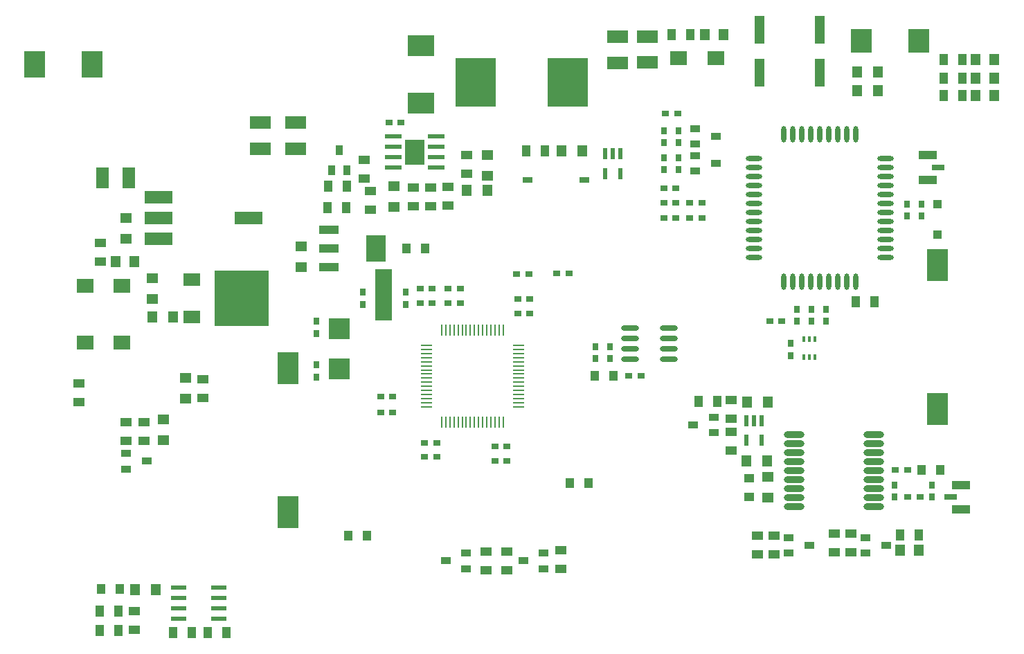
<source format=gtp>
G04*
G04 #@! TF.GenerationSoftware,Altium Limited,Altium Designer,18.1.6 (161)*
G04*
G04 Layer_Color=8421504*
%FSTAX24Y24*%
%MOIN*%
G70*
G01*
G75*
%ADD27O,0.0787X0.0236*%
%ADD28O,0.0236X0.0787*%
%ADD29R,0.0394X0.0550*%
%ADD30R,0.0500X0.0550*%
%ADD31R,0.1024X0.0630*%
%ADD32R,0.0354X0.0315*%
%ADD33R,0.0315X0.0354*%
%ADD34R,0.0472X0.0335*%
%ADD35R,0.0394X0.0500*%
%ADD36O,0.0866X0.0236*%
%ADD37R,0.0472X0.0551*%
%ADD38R,0.0550X0.0394*%
%ADD39R,0.0220X0.0580*%
%ADD40R,0.0551X0.0472*%
%ADD41R,0.0500X0.0394*%
%ADD42R,0.0591X0.0315*%
%ADD43R,0.0866X0.0394*%
%ADD44O,0.0984X0.0315*%
%ADD45R,0.0157X0.0315*%
%ADD46R,0.0984X0.1575*%
%ADD47R,0.0394X0.0394*%
%ADD48R,0.0984X0.1181*%
%ADD49R,0.0472X0.1378*%
%ADD50R,0.0787X0.0669*%
%ADD51R,0.0472X0.0315*%
%ADD52R,0.1969X0.2362*%
%ADD53R,0.1299X0.0984*%
%ADD54R,0.0945X0.1220*%
%ADD55R,0.0820X0.0230*%
%ADD56R,0.0335X0.0472*%
%ADD57R,0.0800X0.2500*%
%ADD58R,0.0984X0.1299*%
%ADD59R,0.2598X0.2657*%
%ADD60R,0.0787X0.0630*%
%ADD61R,0.1378X0.0591*%
%ADD62R,0.0780X0.0220*%
%ADD63R,0.0110X0.0580*%
%ADD64R,0.0580X0.0110*%
%ADD65R,0.1024X0.0984*%
%ADD66R,0.0945X0.1299*%
%ADD67R,0.0945X0.0394*%
%ADD68R,0.0630X0.1024*%
D27*
X047331Y042632D02*
D03*
Y042199D02*
D03*
Y041766D02*
D03*
Y041333D02*
D03*
Y0409D02*
D03*
Y040467D02*
D03*
Y040033D02*
D03*
Y0396D02*
D03*
Y039167D02*
D03*
Y038734D02*
D03*
Y038301D02*
D03*
Y037868D02*
D03*
X053669D02*
D03*
Y038301D02*
D03*
Y038734D02*
D03*
Y039167D02*
D03*
Y0396D02*
D03*
Y040033D02*
D03*
Y040467D02*
D03*
Y0409D02*
D03*
Y041333D02*
D03*
Y041766D02*
D03*
Y042199D02*
D03*
Y042632D02*
D03*
D28*
X048768Y036707D02*
D03*
X049201D02*
D03*
X049634D02*
D03*
X050067D02*
D03*
X0505D02*
D03*
X050933D02*
D03*
X051366D02*
D03*
X051799D02*
D03*
X052232D02*
D03*
Y043793D02*
D03*
X051799D02*
D03*
X051366D02*
D03*
X050933D02*
D03*
X0505D02*
D03*
X050067D02*
D03*
X049634D02*
D03*
X049201D02*
D03*
X048768D02*
D03*
D29*
X04425Y0486D02*
D03*
X04335D02*
D03*
X04555Y030924D02*
D03*
X04465D02*
D03*
X05435Y0245D02*
D03*
X05525D02*
D03*
X05645Y04565D02*
D03*
X05735D02*
D03*
X05645Y0465D02*
D03*
X05735D02*
D03*
X05645Y0474D02*
D03*
X05735D02*
D03*
X03635Y043D02*
D03*
X03725D02*
D03*
X02104Y01979D02*
D03*
X02194D02*
D03*
X02027Y019795D02*
D03*
X01937D02*
D03*
X01674Y02083D02*
D03*
X01584D02*
D03*
X01674Y01991D02*
D03*
X01584D02*
D03*
X05313Y03572D02*
D03*
X05223D02*
D03*
X0268Y04025D02*
D03*
X0277D02*
D03*
X02683Y04129D02*
D03*
X02773D02*
D03*
D30*
X04495Y0486D02*
D03*
X04585D02*
D03*
X054356Y02375D02*
D03*
X055256D02*
D03*
X0589Y04565D02*
D03*
X058D02*
D03*
Y0465D02*
D03*
X0589D02*
D03*
Y0474D02*
D03*
X058D02*
D03*
X016596Y037649D02*
D03*
X017496D02*
D03*
D31*
X0422Y04725D02*
D03*
Y04851D02*
D03*
X04075Y04724D02*
D03*
Y0485D02*
D03*
X02525Y04436D02*
D03*
Y0431D02*
D03*
X02355Y04436D02*
D03*
Y0431D02*
D03*
D32*
X043074Y0448D02*
D03*
X043665D02*
D03*
X041305Y032151D02*
D03*
X041895D02*
D03*
X054124Y027633D02*
D03*
X054715D02*
D03*
X054724Y026337D02*
D03*
X055315D02*
D03*
X048089Y0348D02*
D03*
X048679D02*
D03*
X030345Y044353D02*
D03*
X029755D02*
D03*
X044234Y039755D02*
D03*
X044825D02*
D03*
X044234Y0405D02*
D03*
X044825D02*
D03*
X043576D02*
D03*
X042985D02*
D03*
X043576Y039755D02*
D03*
X042985D02*
D03*
X043576Y0412D02*
D03*
X042985D02*
D03*
X037824Y0371D02*
D03*
X038415D02*
D03*
X032605Y03565D02*
D03*
X033195D02*
D03*
X032605Y03635D02*
D03*
X033195D02*
D03*
X031255Y036353D02*
D03*
X031845D02*
D03*
X031255Y03565D02*
D03*
X031845D02*
D03*
X035955Y035152D02*
D03*
X036545D02*
D03*
X035955Y035852D02*
D03*
X036545D02*
D03*
X029945Y03115D02*
D03*
X029355D02*
D03*
X029945Y0304D02*
D03*
X029355D02*
D03*
X035445Y028778D02*
D03*
X034855D02*
D03*
X035445Y02805D02*
D03*
X034855D02*
D03*
X032065Y028918D02*
D03*
X031475D02*
D03*
X032065Y02828D02*
D03*
X031475D02*
D03*
X035895Y037078D02*
D03*
X036486D02*
D03*
D33*
X043714Y042676D02*
D03*
Y042085D02*
D03*
X043Y042676D02*
D03*
Y042085D02*
D03*
X0404Y033581D02*
D03*
Y03299D02*
D03*
X0397Y033581D02*
D03*
Y03299D02*
D03*
X0559Y026318D02*
D03*
Y026908D02*
D03*
X0541Y026318D02*
D03*
Y026908D02*
D03*
X0491Y033715D02*
D03*
Y033125D02*
D03*
X0554Y040445D02*
D03*
Y039855D02*
D03*
X0547Y040445D02*
D03*
Y039855D02*
D03*
X02625Y034205D02*
D03*
Y034795D02*
D03*
Y032695D02*
D03*
Y032105D02*
D03*
X0494Y035376D02*
D03*
Y034785D02*
D03*
X0508Y035376D02*
D03*
Y034785D02*
D03*
X0501Y035376D02*
D03*
Y034785D02*
D03*
X043714Y043976D02*
D03*
Y043385D02*
D03*
X043Y043976D02*
D03*
Y043385D02*
D03*
X0285Y036195D02*
D03*
Y035605D02*
D03*
X03055Y036195D02*
D03*
Y035605D02*
D03*
D34*
X045492Y0437D02*
D03*
X04451Y04333D02*
D03*
X044508Y044074D02*
D03*
X045492Y0424D02*
D03*
X04451Y04203D02*
D03*
X044508Y042774D02*
D03*
X044408Y0298D02*
D03*
X04539Y03017D02*
D03*
X045392Y029426D02*
D03*
X053692Y024D02*
D03*
X05271Y02363D02*
D03*
X052708Y024374D02*
D03*
X049992Y024D02*
D03*
X04901Y02363D02*
D03*
X049008Y024374D02*
D03*
X018092Y028048D02*
D03*
X01711Y02842D02*
D03*
X017108Y027662D02*
D03*
X033474Y023636D02*
D03*
X033472Y022878D02*
D03*
X03249Y02325D02*
D03*
X037204Y023636D02*
D03*
X037202Y022878D02*
D03*
X03622Y02325D02*
D03*
D35*
X039657Y032151D02*
D03*
X040563D02*
D03*
X056306Y027633D02*
D03*
X0554D02*
D03*
X030607Y038296D02*
D03*
X031513D02*
D03*
X038457Y026996D02*
D03*
X039363D02*
D03*
X028713Y024474D02*
D03*
X027807D02*
D03*
X015884Y02189D02*
D03*
X01679D02*
D03*
D36*
X041355Y034455D02*
D03*
Y033955D02*
D03*
Y033455D02*
D03*
Y032955D02*
D03*
X043245Y034455D02*
D03*
Y033955D02*
D03*
Y033455D02*
D03*
Y032955D02*
D03*
D37*
X047Y03089D02*
D03*
X048D02*
D03*
X04797Y02806D02*
D03*
X04697D02*
D03*
X0523Y04589D02*
D03*
X0533D02*
D03*
X0523Y04679D02*
D03*
X0533D02*
D03*
X03805Y04299D02*
D03*
X03905D02*
D03*
X01835Y034992D02*
D03*
X01935D02*
D03*
X01853Y02188D02*
D03*
X01753D02*
D03*
X0345Y04111D02*
D03*
X0335D02*
D03*
D38*
X046232Y030104D02*
D03*
Y031004D02*
D03*
Y02855D02*
D03*
Y02945D02*
D03*
X052Y02455D02*
D03*
Y02365D02*
D03*
X0512Y02365D02*
D03*
Y02455D02*
D03*
X0483Y02445D02*
D03*
Y02355D02*
D03*
X0475Y02355D02*
D03*
Y02445D02*
D03*
X02855Y04255D02*
D03*
Y04165D02*
D03*
X02885Y04105D02*
D03*
Y04015D02*
D03*
X01484Y03179D02*
D03*
Y03089D02*
D03*
X017496Y02082D02*
D03*
Y01992D02*
D03*
X01795Y029936D02*
D03*
Y029036D02*
D03*
X01711Y029936D02*
D03*
Y029036D02*
D03*
X0208Y0311D02*
D03*
Y032D02*
D03*
X03349Y0428D02*
D03*
Y0419D02*
D03*
X0326Y04035D02*
D03*
Y04125D02*
D03*
X03175Y04034D02*
D03*
Y04124D02*
D03*
X03092Y04124D02*
D03*
Y04034D02*
D03*
X03442Y0228D02*
D03*
Y0237D02*
D03*
X03542Y0228D02*
D03*
Y0237D02*
D03*
X03802Y02285D02*
D03*
Y02375D02*
D03*
X01585Y03855D02*
D03*
Y03765D02*
D03*
D39*
X0477Y02906D02*
D03*
X046952D02*
D03*
Y03D02*
D03*
X047326D02*
D03*
X0477D02*
D03*
X0409Y04191D02*
D03*
X040152D02*
D03*
Y04285D02*
D03*
X040526D02*
D03*
X0409D02*
D03*
D40*
X04799Y0273D02*
D03*
Y0263D02*
D03*
X01836Y03585D02*
D03*
Y03685D02*
D03*
X01889Y02905D02*
D03*
Y03005D02*
D03*
X01995Y03205D02*
D03*
Y03105D02*
D03*
X02554Y0384D02*
D03*
Y0374D02*
D03*
X03451Y0418D02*
D03*
Y0428D02*
D03*
X02999Y0413D02*
D03*
Y0403D02*
D03*
X01709Y03875D02*
D03*
Y03975D02*
D03*
D41*
X047096Y027243D02*
D03*
Y026337D02*
D03*
D42*
X056788Y026318D02*
D03*
X056212Y0422D02*
D03*
D43*
X0573Y025727D02*
D03*
Y026908D02*
D03*
X0557Y041609D02*
D03*
Y042791D02*
D03*
D44*
X049281Y029332D02*
D03*
Y028899D02*
D03*
Y028466D02*
D03*
Y027167D02*
D03*
Y0276D02*
D03*
Y028033D02*
D03*
Y026734D02*
D03*
Y026301D02*
D03*
Y025868D02*
D03*
X0531D02*
D03*
Y026301D02*
D03*
Y026734D02*
D03*
Y028033D02*
D03*
Y0276D02*
D03*
Y027167D02*
D03*
Y028466D02*
D03*
Y028899D02*
D03*
Y029332D02*
D03*
D45*
X049744Y03392D02*
D03*
X050256D02*
D03*
X05D02*
D03*
X050256Y033062D02*
D03*
X05D02*
D03*
X049744D02*
D03*
D46*
X05616Y03749D02*
D03*
Y03055D02*
D03*
X0249Y0256D02*
D03*
Y03254D02*
D03*
D47*
X05616Y038972D02*
D03*
Y040445D02*
D03*
D48*
X055256Y0483D02*
D03*
X0525D02*
D03*
D49*
X0505Y046752D02*
D03*
Y048839D02*
D03*
X0476Y046752D02*
D03*
Y048839D02*
D03*
D50*
X043714Y04745D02*
D03*
X045485D02*
D03*
X016886Y0365D02*
D03*
X015115D02*
D03*
X016886Y03375D02*
D03*
X015115D02*
D03*
D51*
X039178Y0416D02*
D03*
X036422D02*
D03*
D52*
X033926Y0463D02*
D03*
X038374D02*
D03*
D53*
X0313Y048053D02*
D03*
Y0453D02*
D03*
D54*
X030997Y042944D02*
D03*
D55*
X032027Y043694D02*
D03*
Y043194D02*
D03*
Y042694D02*
D03*
Y042194D02*
D03*
X029967D02*
D03*
Y042694D02*
D03*
Y043194D02*
D03*
Y043694D02*
D03*
D56*
X02737Y043032D02*
D03*
X02774Y04205D02*
D03*
X026996Y042048D02*
D03*
D57*
X0295Y03605D02*
D03*
D58*
X012697Y04715D02*
D03*
X01545D02*
D03*
D59*
X022659Y0359D02*
D03*
D60*
X020257Y035002D02*
D03*
Y036798D02*
D03*
D61*
X018669Y03875D02*
D03*
Y03975D02*
D03*
Y04075D02*
D03*
X023Y03975D02*
D03*
D62*
X02156Y02045D02*
D03*
Y02095D02*
D03*
Y02145D02*
D03*
Y02195D02*
D03*
X01962D02*
D03*
Y02145D02*
D03*
Y02095D02*
D03*
Y02045D02*
D03*
D63*
X032299Y034365D02*
D03*
X032496D02*
D03*
X032693D02*
D03*
X03289D02*
D03*
X033087D02*
D03*
X033283D02*
D03*
X03348D02*
D03*
X033677D02*
D03*
X033874D02*
D03*
X034071D02*
D03*
X034268D02*
D03*
X034465D02*
D03*
X034661D02*
D03*
X034858D02*
D03*
X035055D02*
D03*
X035252D02*
D03*
Y029935D02*
D03*
X035055D02*
D03*
X034858D02*
D03*
X034661D02*
D03*
X034465D02*
D03*
X034268D02*
D03*
X034071D02*
D03*
X033874D02*
D03*
X033677D02*
D03*
X03348D02*
D03*
X033283D02*
D03*
X033087D02*
D03*
X03289D02*
D03*
X032693D02*
D03*
X032496D02*
D03*
X032299D02*
D03*
D64*
X035991Y033626D02*
D03*
Y03343D02*
D03*
Y033233D02*
D03*
Y033036D02*
D03*
Y032839D02*
D03*
Y032248D02*
D03*
Y032052D02*
D03*
Y031855D02*
D03*
Y031658D02*
D03*
X031561Y030674D02*
D03*
Y03087D02*
D03*
Y031067D02*
D03*
Y031264D02*
D03*
Y031461D02*
D03*
Y031658D02*
D03*
Y031855D02*
D03*
Y032052D02*
D03*
Y032248D02*
D03*
Y032445D02*
D03*
Y032642D02*
D03*
Y032839D02*
D03*
Y033036D02*
D03*
Y033233D02*
D03*
Y03343D02*
D03*
Y033626D02*
D03*
X035991Y032642D02*
D03*
Y031264D02*
D03*
Y031067D02*
D03*
Y03087D02*
D03*
Y030674D02*
D03*
Y031461D02*
D03*
Y032445D02*
D03*
D65*
X02735Y032485D02*
D03*
Y034415D02*
D03*
D66*
X029142Y0383D02*
D03*
D67*
X026858Y037394D02*
D03*
Y0383D02*
D03*
Y039206D02*
D03*
D68*
X01597Y04171D02*
D03*
X01723D02*
D03*
M02*

</source>
